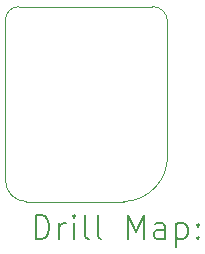
<source format=gbr>
%TF.GenerationSoftware,KiCad,Pcbnew,7.0.7*%
%TF.CreationDate,2023-12-15T10:31:17-05:00*%
%TF.ProjectId,Original Circle FES Device,4f726967-696e-4616-9c20-436972636c65,rev?*%
%TF.SameCoordinates,Original*%
%TF.FileFunction,Drillmap*%
%TF.FilePolarity,Positive*%
%FSLAX45Y45*%
G04 Gerber Fmt 4.5, Leading zero omitted, Abs format (unit mm)*
G04 Created by KiCad (PCBNEW 7.0.7) date 2023-12-15 10:31:17*
%MOMM*%
%LPD*%
G01*
G04 APERTURE LIST*
%ADD10C,0.100000*%
%ADD11C,0.200000*%
G04 APERTURE END LIST*
D10*
X12496800Y-10033000D02*
G75*
G03*
X12369800Y-9906000I-127000J0D01*
G01*
X12369800Y-9906000D02*
X11239500Y-9906000D01*
X11239500Y-9906000D02*
G75*
G03*
X11125200Y-10020300I0J-114300D01*
G01*
X12128500Y-11557000D02*
G75*
G03*
X12496800Y-11163300I-12700J381000D01*
G01*
X12496800Y-10033000D02*
X12496800Y-11163300D01*
X11125200Y-11379200D02*
X11125200Y-10020300D01*
X12128500Y-11557000D02*
X11303000Y-11557000D01*
X11125200Y-11379200D02*
G75*
G03*
X11303000Y-11557000I177800J0D01*
G01*
D11*
X11380977Y-11873484D02*
X11380977Y-11673484D01*
X11380977Y-11673484D02*
X11428596Y-11673484D01*
X11428596Y-11673484D02*
X11457167Y-11683008D01*
X11457167Y-11683008D02*
X11476215Y-11702055D01*
X11476215Y-11702055D02*
X11485739Y-11721103D01*
X11485739Y-11721103D02*
X11495262Y-11759198D01*
X11495262Y-11759198D02*
X11495262Y-11787769D01*
X11495262Y-11787769D02*
X11485739Y-11825865D01*
X11485739Y-11825865D02*
X11476215Y-11844912D01*
X11476215Y-11844912D02*
X11457167Y-11863960D01*
X11457167Y-11863960D02*
X11428596Y-11873484D01*
X11428596Y-11873484D02*
X11380977Y-11873484D01*
X11580977Y-11873484D02*
X11580977Y-11740150D01*
X11580977Y-11778246D02*
X11590501Y-11759198D01*
X11590501Y-11759198D02*
X11600024Y-11749674D01*
X11600024Y-11749674D02*
X11619072Y-11740150D01*
X11619072Y-11740150D02*
X11638120Y-11740150D01*
X11704786Y-11873484D02*
X11704786Y-11740150D01*
X11704786Y-11673484D02*
X11695262Y-11683008D01*
X11695262Y-11683008D02*
X11704786Y-11692531D01*
X11704786Y-11692531D02*
X11714310Y-11683008D01*
X11714310Y-11683008D02*
X11704786Y-11673484D01*
X11704786Y-11673484D02*
X11704786Y-11692531D01*
X11828596Y-11873484D02*
X11809548Y-11863960D01*
X11809548Y-11863960D02*
X11800024Y-11844912D01*
X11800024Y-11844912D02*
X11800024Y-11673484D01*
X11933358Y-11873484D02*
X11914310Y-11863960D01*
X11914310Y-11863960D02*
X11904786Y-11844912D01*
X11904786Y-11844912D02*
X11904786Y-11673484D01*
X12161929Y-11873484D02*
X12161929Y-11673484D01*
X12161929Y-11673484D02*
X12228596Y-11816341D01*
X12228596Y-11816341D02*
X12295262Y-11673484D01*
X12295262Y-11673484D02*
X12295262Y-11873484D01*
X12476215Y-11873484D02*
X12476215Y-11768722D01*
X12476215Y-11768722D02*
X12466691Y-11749674D01*
X12466691Y-11749674D02*
X12447643Y-11740150D01*
X12447643Y-11740150D02*
X12409548Y-11740150D01*
X12409548Y-11740150D02*
X12390501Y-11749674D01*
X12476215Y-11863960D02*
X12457167Y-11873484D01*
X12457167Y-11873484D02*
X12409548Y-11873484D01*
X12409548Y-11873484D02*
X12390501Y-11863960D01*
X12390501Y-11863960D02*
X12380977Y-11844912D01*
X12380977Y-11844912D02*
X12380977Y-11825865D01*
X12380977Y-11825865D02*
X12390501Y-11806817D01*
X12390501Y-11806817D02*
X12409548Y-11797293D01*
X12409548Y-11797293D02*
X12457167Y-11797293D01*
X12457167Y-11797293D02*
X12476215Y-11787769D01*
X12571453Y-11740150D02*
X12571453Y-11940150D01*
X12571453Y-11749674D02*
X12590501Y-11740150D01*
X12590501Y-11740150D02*
X12628596Y-11740150D01*
X12628596Y-11740150D02*
X12647643Y-11749674D01*
X12647643Y-11749674D02*
X12657167Y-11759198D01*
X12657167Y-11759198D02*
X12666691Y-11778246D01*
X12666691Y-11778246D02*
X12666691Y-11835388D01*
X12666691Y-11835388D02*
X12657167Y-11854436D01*
X12657167Y-11854436D02*
X12647643Y-11863960D01*
X12647643Y-11863960D02*
X12628596Y-11873484D01*
X12628596Y-11873484D02*
X12590501Y-11873484D01*
X12590501Y-11873484D02*
X12571453Y-11863960D01*
X12752405Y-11854436D02*
X12761929Y-11863960D01*
X12761929Y-11863960D02*
X12752405Y-11873484D01*
X12752405Y-11873484D02*
X12742882Y-11863960D01*
X12742882Y-11863960D02*
X12752405Y-11854436D01*
X12752405Y-11854436D02*
X12752405Y-11873484D01*
X12752405Y-11749674D02*
X12761929Y-11759198D01*
X12761929Y-11759198D02*
X12752405Y-11768722D01*
X12752405Y-11768722D02*
X12742882Y-11759198D01*
X12742882Y-11759198D02*
X12752405Y-11749674D01*
X12752405Y-11749674D02*
X12752405Y-11768722D01*
M02*

</source>
